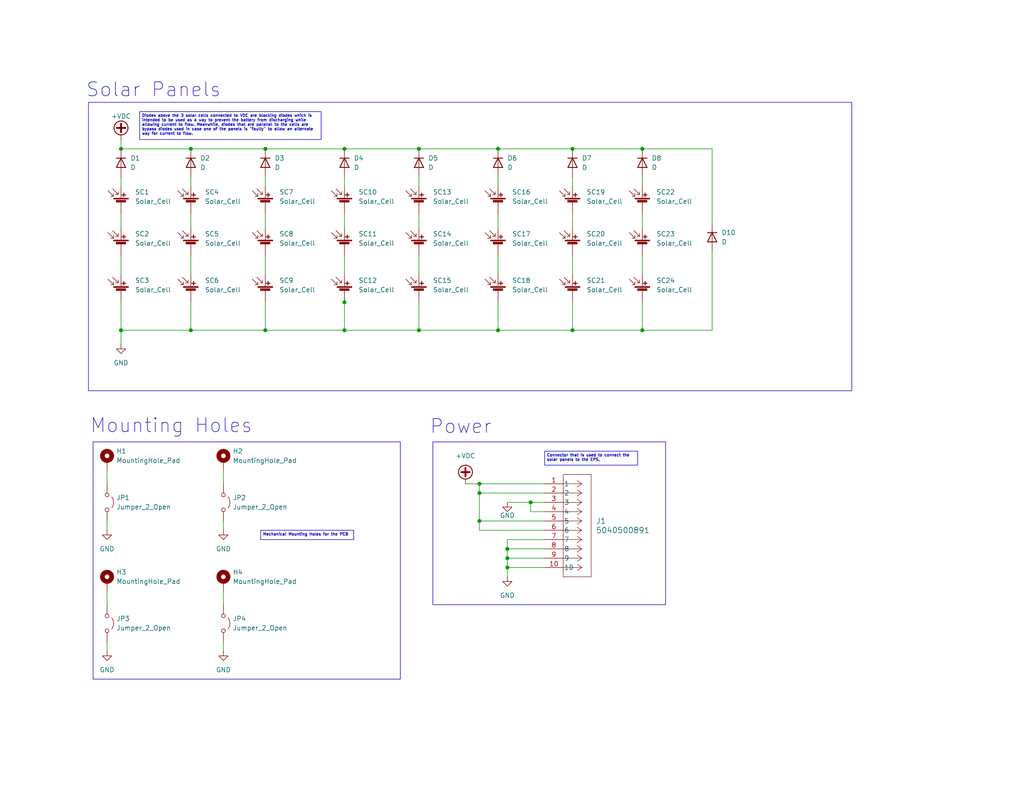
<source format=kicad_sch>
(kicad_sch (version 20250114) (generator "eeschema") (generator_version "9.0")
  (paper "USLetter")
  (title_block (title "1U Solar Panels") (date "2024-08-27") (rev "1") (company "CalgarytoSpace") (comment 1 "In its current Rev 1 state, this design is ordered as a mass model only."))
  (lib_symbols
    (symbol "Device:D" (pin_numbers (hide yes)) (pin_names (offset 1.016) (hide yes))
      (property "Reference" "D" (at 0 2.54 0))
      (property "Value" "D" (at 0 -2.54 0))
      (symbol "D_0_1"
        (polyline (pts (xy -1.27 1.27) (xy -1.27 -1.27)) (stroke (width 0.254)))
        (polyline (pts (xy 1.27 1.27) (xy 1.27 -1.27) (xy -1.27 0) (xy 1.27 1.27)) (stroke (width 0.254)))
        (polyline (pts (xy 1.27 0) (xy -1.27 0)))
      )
      (symbol "D_1_1"
        (pin passive line (at -3.81 0 0) (length 2.54) (name "K") (number "1"))
        (pin passive line (at 3.81 0 180) (length 2.54) (name "A") (number "2"))
      )
    )
    (symbol "Device:Solar_Cell" (pin_numbers (hide yes)) (pin_names (offset 0) (hide yes))
      (property "Reference" "SC" (at 2.54 2.54 0))
      (property "Value" "Solar_Cell" (at 2.54 0 0))
      (symbol "Solar_Cell_0_1"
        (polyline (pts (xy -2.032 3.048) (xy -2.032 2.286) (xy -2.794 2.286)))
        (polyline (pts (xy -2.032 2.286) (xy -3.556 3.81)))
        (rectangle (start -2.032 1.778) (end 2.032 1.524) (fill (type outline)))
        (rectangle (start -1.3208 1.1938) (end 1.27 0.6858) (fill (type outline)))
        (polyline (pts (xy -0.762 3.556) (xy -0.762 2.794) (xy -1.524 2.794)))
        (polyline (pts (xy -0.762 2.794) (xy -2.286 4.318)))
        (polyline (pts (xy 0 1.778) (xy 0 2.54)))
        (polyline (pts (xy 0 0.762) (xy 0 0)))
        (polyline (pts (xy 0.254 2.667) (xy 1.27 2.667)) (stroke (width 0.254)))
        (polyline (pts (xy 0.762 3.175) (xy 0.762 2.159)) (stroke (width 0.254)))
      )
      (symbol "Solar_Cell_1_1"
        (pin passive line (at 0 5.08 270) (length 2.54) (name "+") (number "1"))
        (pin passive line (at 0 -2.54 90) (length 2.54) (name "-") (number "2"))
      )
    )
    (symbol "Jumper:Jumper_2_Open" (pin_numbers (hide yes)) (pin_names (offset 0) (hide yes)) (exclude_from_sim yes)
      (property "Reference" "JP" (at 0 2.794 0))
      (property "Value" "Jumper_2_Open" (at 0 -2.286 0))
      (symbol "Jumper_2_Open_0_0"
        (circle (center -2.032 0) (radius 0.508))
        (circle (center 2.032 0) (radius 0.508))
      )
      (symbol "Jumper_2_Open_0_1"
        (arc (start -1.524 1.27) (mid 0 1.778) (end 1.524 1.27))
      )
      (symbol "Jumper_2_Open_1_1"
        (pin passive line (at -5.08 0 0) (length 2.54) (name "A") (number "1"))
        (pin passive line (at 5.08 0 180) (length 2.54) (name "B") (number "2"))
      )
    )
    (symbol "Mechanical:MountingHole_Pad" (pin_numbers (hide yes)) (pin_names (offset 1.016) (hide yes)) (exclude_from_sim yes) (in_bom no)
      (property "Reference" "H" (at 0 6.35 0))
      (property "Value" "MountingHole_Pad" (at 0 4.445 0))
      (symbol "MountingHole_Pad_0_1"
        (circle (center 0 1.27) (radius 1.27) (stroke (width 1.27)))
      )
      (symbol "MountingHole_Pad_1_1"
        (pin input line (at 0 -2.54 90) (length 2.54) (name "1") (number "1"))
      )
    )
    (symbol "Solar Panel:5040500891" (pin_names (offset 0.254))
      (property "Reference" "J" (at 8.89 6.35 0))
      (property "Value" "5040500891" (at 0 0 0))
      (symbol "5040500891_1_1"
        (polyline (pts (xy 5.08 2.54) (xy 5.08 -25.4)) (stroke (width 0.127)))
        (polyline (pts (xy 5.08 -25.4) (xy 12.7 -25.4)) (stroke (width 0.127)))
        (polyline (pts (xy 10.16 0) (xy 5.08 0)) (stroke (width 0.127)))
        (polyline (pts (xy 10.16 0) (xy 8.89 0.8467)) (stroke (width 0.127)))
        (polyline (pts (xy 10.16 0) (xy 8.89 -0.8467)) (stroke (width 0.127)))
        (polyline (pts (xy 10.16 -2.54) (xy 5.08 -2.54)) (stroke (width 0.127)))
        (polyline (pts (xy 10.16 -2.54) (xy 8.89 -1.6933)) (stroke (width 0.127)))
        (polyline (pts (xy 10.16 -2.54) (xy 8.89 -3.3867)) (stroke (width 0.127)))
        (polyline (pts (xy 10.16 -5.08) (xy 5.08 -5.08)) (stroke (width 0.127)))
        (polyline (pts (xy 10.16 -5.08) (xy 8.89 -4.2333)) (stroke (width 0.127)))
        (polyline (pts (xy 10.16 -5.08) (xy 8.89 -5.9267)) (stroke (width 0.127)))
        (polyline (pts (xy 10.16 -7.62) (xy 5.08 -7.62)) (stroke (width 0.127)))
        (polyline (pts (xy 10.16 -7.62) (xy 8.89 -6.7733)) (stroke (width 0.127)))
        (polyline (pts (xy 10.16 -7.62) (xy 8.89 -8.4667)) (stroke (width 0.127)))
        (polyline (pts (xy 10.16 -10.16) (xy 5.08 -10.16)) (stroke (width 0.127)))
        (polyline (pts (xy 10.16 -10.16) (xy 8.89 -9.3133)) (stroke (width 0.127)))
        (polyline (pts (xy 10.16 -10.16) (xy 8.89 -11.0067)) (stroke (width 0.127)))
        (polyline (pts (xy 10.16 -12.7) (xy 5.08 -12.7)) (stroke (width 0.127)))
        (polyline (pts (xy 10.16 -12.7) (xy 8.89 -11.8533)) (stroke (width 0.127)))
        (polyline (pts (xy 10.16 -12.7) (xy 8.89 -13.5467)) (stroke (width 0.127)))
        (polyline (pts (xy 10.16 -15.24) (xy 5.08 -15.24)) (stroke (width 0.127)))
        (polyline (pts (xy 10.16 -15.24) (xy 8.89 -14.3933)) (stroke (width 0.127)))
        (polyline (pts (xy 10.16 -15.24) (xy 8.89 -16.0867)) (stroke (width 0.127)))
        (polyline (pts (xy 10.16 -17.78) (xy 5.08 -17.78)) (stroke (width 0.127)))
        (polyline (pts (xy 10.16 -17.78) (xy 8.89 -16.9333)) (stroke (width 0.127)))
        (polyline (pts (xy 10.16 -17.78) (xy 8.89 -18.6267)) (stroke (width 0.127)))
        (polyline (pts (xy 10.16 -20.32) (xy 5.08 -20.32)) (stroke (width 0.127)))
        (polyline (pts (xy 10.16 -20.32) (xy 8.89 -19.4733)) (stroke (width 0.127)))
        (polyline (pts (xy 10.16 -20.32) (xy 8.89 -21.1667)) (stroke (width 0.127)))
        (polyline (pts (xy 10.16 -22.86) (xy 5.08 -22.86)) (stroke (width 0.127)))
        (polyline (pts (xy 10.16 -22.86) (xy 8.89 -22.0133)) (stroke (width 0.127)))
        (polyline (pts (xy 10.16 -22.86) (xy 8.89 -23.7067)) (stroke (width 0.127)))
        (polyline (pts (xy 12.7 2.54) (xy 5.08 2.54)) (stroke (width 0.127)))
        (polyline (pts (xy 12.7 -25.4) (xy 12.7 2.54)) (stroke (width 0.127)))
        (pin unspecified line (at 0 0 0) (length 5.08) (name "1") (number "1"))
        (pin unspecified line (at 0 -2.54 0) (length 5.08) (name "2") (number "2"))
        (pin unspecified line (at 0 -5.08 0) (length 5.08) (name "3") (number "3"))
        (pin unspecified line (at 0 -7.62 0) (length 5.08) (name "4") (number "4"))
        (pin unspecified line (at 0 -10.16 0) (length 5.08) (name "5") (number "5"))
        (pin unspecified line (at 0 -12.7 0) (length 5.08) (name "6") (number "6"))
        (pin unspecified line (at 0 -15.24 0) (length 5.08) (name "7") (number "7"))
        (pin unspecified line (at 0 -17.78 0) (length 5.08) (name "8") (number "8"))
        (pin unspecified line (at 0 -20.32 0) (length 5.08) (name "9") (number "9"))
        (pin unspecified line (at 0 -22.86 0) (length 5.08) (name "10") (number "10"))
      )
      (symbol "5040500891_1_2"
        (polyline (pts (xy 5.08 2.54) (xy 5.08 -25.4)) (stroke (width 0.127)))
        (polyline (pts (xy 5.08 -25.4) (xy 12.7 -25.4)) (stroke (width 0.127)))
        (polyline (pts (xy 7.62 0) (xy 5.08 0)) (stroke (width 0.127)))
        (polyline (pts (xy 7.62 0) (xy 8.89 0.8467)) (stroke (width 0.127)))
        (polyline (pts (xy 7.62 0) (xy 8.89 -0.8467)) (stroke (width 0.127)))
        (polyline (pts (xy 7.62 -2.54) (xy 5.08 -2.54)) (stroke (width 0.127)))
        (polyline (pts (xy 7.62 -2.54) (xy 8.89 -1.6933)) (stroke (width 0.127)))
        (polyline (pts (xy 7.62 -2.54) (xy 8.89 -3.3867)) (stroke (width 0.127)))
        (polyline (pts (xy 7.62 -5.08) (xy 5.08 -5.08)) (stroke (width 0.127)))
        (polyline (pts (xy 7.62 -5.08) (xy 8.89 -4.2333)) (stroke (width 0.127)))
        (polyline (pts (xy 7.62 -5.08) (xy 8.89 -5.9267)) (stroke (width 0.127)))
        (polyline (pts (xy 7.62 -7.62) (xy 5.08 -7.62)) (stroke (width 0.127)))
        (polyline (pts (xy 7.62 -7.62) (xy 8.89 -6.7733)) (stroke (width 0.127)))
        (polyline (pts (xy 7.62 -7.62) (xy 8.89 -8.4667)) (stroke (width 0.127)))
        (polyline (pts (xy 7.62 -10.16) (xy 5.08 -10.16)) (stroke (width 0.127)))
        (polyline (pts (xy 7.62 -10.16) (xy 8.89 -9.3133)) (stroke (width 0.127)))
        (polyline (pts (xy 7.62 -10.16) (xy 8.89 -11.0067)) (stroke (width 0.127)))
        (polyline (pts (xy 7.62 -12.7) (xy 5.08 -12.7)) (stroke (width 0.127)))
        (polyline (pts (xy 7.62 -12.7) (xy 8.89 -11.8533)) (stroke (width 0.127)))
        (polyline (pts (xy 7.62 -12.7) (xy 8.89 -13.5467)) (stroke (width 0.127)))
        (polyline (pts (xy 7.62 -15.24) (xy 5.08 -15.24)) (stroke (width 0.127)))
        (polyline (pts (xy 7.62 -15.24) (xy 8.89 -14.3933)) (stroke (width 0.127)))
        (polyline (pts (xy 7.62 -15.24) (xy 8.89 -16.0867)) (stroke (width 0.127)))
        (polyline (pts (xy 7.62 -17.78) (xy 5.08 -17.78)) (stroke (width 0.127)))
        (polyline (pts (xy 7.62 -17.78) (xy 8.89 -16.9333)) (stroke (width 0.127)))
        (polyline (pts (xy 7.62 -17.78) (xy 8.89 -18.6267)) (stroke (width 0.127)))
        (polyline (pts (xy 7.62 -20.32) (xy 5.08 -20.32)) (stroke (width 0.127)))
        (polyline (pts (xy 7.62 -20.32) (xy 8.89 -19.4733)) (stroke (width 0.127)))
        (polyline (pts (xy 7.62 -20.32) (xy 8.89 -21.1667)) (stroke (width 0.127)))
        (polyline (pts (xy 7.62 -22.86) (xy 5.08 -22.86)) (stroke (width 0.127)))
        (polyline (pts (xy 7.62 -22.86) (xy 8.89 -22.0133)) (stroke (width 0.127)))
        (polyline (pts (xy 7.62 -22.86) (xy 8.89 -23.7067)) (stroke (width 0.127)))
        (polyline (pts (xy 12.7 2.54) (xy 5.08 2.54)) (stroke (width 0.127)))
        (polyline (pts (xy 12.7 -25.4) (xy 12.7 2.54)) (stroke (width 0.127)))
        (pin unspecified line (at 0 0 0) (length 5.08) (name "1") (number "1"))
        (pin unspecified line (at 0 -2.54 0) (length 5.08) (name "2") (number "2"))
        (pin unspecified line (at 0 -5.08 0) (length 5.08) (name "3") (number "3"))
        (pin unspecified line (at 0 -7.62 0) (length 5.08) (name "4") (number "4"))
        (pin unspecified line (at 0 -10.16 0) (length 5.08) (name "5") (number "5"))
        (pin unspecified line (at 0 -12.7 0) (length 5.08) (name "6") (number "6"))
        (pin unspecified line (at 0 -15.24 0) (length 5.08) (name "7") (number "7"))
        (pin unspecified line (at 0 -17.78 0) (length 5.08) (name "8") (number "8"))
        (pin unspecified line (at 0 -20.32 0) (length 5.08) (name "9") (number "9"))
        (pin unspecified line (at 0 -22.86 0) (length 5.08) (name "10") (number "10"))
      )
    )
    (symbol "power:+VDC" (power) (pin_numbers (hide yes)) (pin_names (offset 0) (hide yes))
      (property "Value" "+VDC" (at 0 6.35 0))
      (symbol "+VDC_0_1"
        (polyline (pts (xy -1.143 3.175) (xy 1.143 3.175)) (stroke (width 0.508)))
        (circle (center 0 3.175) (radius 1.905) (stroke (width 0.254)))
        (polyline (pts (xy 0 2.032) (xy 0 4.318)) (stroke (width 0.508)))
        (polyline (pts (xy 0 0) (xy 0 1.27)))
      )
      (symbol "+VDC_1_1"
        (pin power_in line (at 0 0 90) (length 0) (name "~") (number "1"))
      )
    )
    (symbol "power:GND" (power) (pin_numbers (hide yes)) (pin_names (offset 0) (hide yes))
      (property "Value" "GND" (at 0 -3.81 0))
      (symbol "GND_0_1"
        (polyline (pts (xy 0 0) (xy 0 -1.27) (xy 1.27 -1.27) (xy 0 -2.54) (xy -1.27 -1.27) (xy 0 -1.27)))
      )
      (symbol "GND_1_1"
        (pin power_in line (at 0 0 270) (length 0) (name "~") (number "1"))
      )
    )
  )
  (rectangle (start 25.4 120.65) (end 109.22 185.42))
  (rectangle (start 24.13 27.94) (end 232.41 106.68))
  (rectangle (start 118.11 120.65) (end 181.61 165.1))
  (text "Power" (at 125.73 116.586 0) (effects (font (size 3.81 3.81))))
  (text "Solar Panels\n" (at 41.91 24.638 0) (effects (font (size 3.81 3.81))))
  (text "Mounting Holes" (at 46.736 116.332 0) (effects (font (size 3.81 3.81))))
  (text_box "Mechanical Mounting Holes for the PCB\n" (at 71.12 144.78 0) (size 25.4 2.54) (margins 0.5715 0.5715 0.5715 0.5715) (effects (font (size 0.762 0.762)) (justify left top)))
  (text_box "Diodes above the 3 solar cells connected to VDC are blocking diodes which is intended to be used as a way to prevent the battery from discharging while allowing current to flow. Meanwhile, diodes that are parallel to the cells are bypass diodes used in case one of the panels is \"faulty\" to allow an alternate way for current to flow." (at 38.1 30.48 0) (size 49.53 7.62) (margins 0.5715 0.5715 0.5715 0.5715) (effects (font (size 0.762 0.762)) (justify left top)))
  (text_box "Connector that is used to connect the solar panels to the EPS.\n" (at 148.59 123.19 0) (size 25.4 3.81) (margins 0.5715 0.5715 0.5715 0.5715) (effects (font (size 0.762 0.762)) (justify left top)))
  (junction (at 52.07 90.17))
  (junction (at 93.98 40.64))
  (junction (at 138.43 154.94))
  (junction (at 93.98 90.17))
  (junction (at 156.21 40.64))
  (junction (at 130.81 134.62))
  (junction (at 114.3 90.17))
  (junction (at 156.21 90.17))
  (junction (at 72.39 90.17))
  (junction (at 144.78 137.16))
  (junction (at 114.3 40.64))
  (junction (at 175.26 40.64))
  (junction (at 130.81 132.08))
  (junction (at 33.02 40.64))
  (junction (at 72.39 40.64))
  (junction (at 138.43 152.4))
  (junction (at 138.43 149.86))
  (junction (at 135.89 40.64))
  (junction (at 52.07 40.64))
  (junction (at 130.81 142.24))
  (junction (at 175.26 90.17))
  (junction (at 93.98 82.55))
  (junction (at 135.89 90.17))
  (junction (at 33.02 90.17))
  (wire (pts (xy 114.3 82.55) (xy 114.3 90.17)))
  (wire (pts (xy 130.81 132.08) (xy 148.59 132.08)))
  (wire (pts (xy 127 132.08) (xy 130.81 132.08)))
  (wire (pts (xy 135.89 69.85) (xy 135.89 74.93)))
  (wire (pts (xy 72.39 48.26) (xy 72.39 50.8)))
  (wire (pts (xy 138.43 137.16) (xy 144.78 137.16)))
  (wire (pts (xy 29.21 142.24) (xy 29.21 144.78)))
  (wire (pts (xy 156.21 40.64) (xy 175.26 40.64)))
  (wire (pts (xy 138.43 154.94) (xy 148.59 154.94)))
  (wire (pts (xy 114.3 40.64) (xy 135.89 40.64)))
  (wire (pts (xy 93.98 40.64) (xy 114.3 40.64)))
  (wire (pts (xy 148.59 144.78) (xy 130.81 144.78)))
  (wire (pts (xy 114.3 58.42) (xy 114.3 62.23)))
  (wire (pts (xy 130.81 142.24) (xy 130.81 144.78)))
  (wire (pts (xy 60.96 175.26) (xy 60.96 177.8)))
  (wire (pts (xy 72.39 82.55) (xy 72.39 90.17)))
  (wire (pts (xy 60.96 161.29) (xy 60.96 165.1)))
  (wire (pts (xy 29.21 128.27) (xy 29.21 132.08)))
  (wire (pts (xy 138.43 152.4) (xy 148.59 152.4)))
  (wire (pts (xy 114.3 90.17) (xy 135.89 90.17)))
  (wire (pts (xy 52.07 69.85) (xy 52.07 74.93)))
  (wire (pts (xy 33.02 38.1) (xy 33.02 40.64)))
  (wire (pts (xy 144.78 137.16) (xy 144.78 139.7)))
  (wire (pts (xy 175.26 40.64) (xy 194.31 40.64)))
  (wire (pts (xy 175.26 58.42) (xy 175.26 62.23)))
  (wire (pts (xy 175.26 82.55) (xy 175.26 90.17)))
  (wire (pts (xy 148.59 137.16) (xy 144.78 137.16)))
  (wire (pts (xy 93.98 81.28) (xy 93.98 82.55)))
  (wire (pts (xy 33.02 82.55) (xy 33.02 90.17)))
  (wire (pts (xy 194.31 68.58) (xy 194.31 90.17)))
  (wire (pts (xy 144.78 139.7) (xy 148.59 139.7)))
  (wire (pts (xy 52.07 90.17) (xy 72.39 90.17)))
  (wire (pts (xy 138.43 147.32) (xy 138.43 149.86)))
  (wire (pts (xy 93.98 69.85) (xy 93.98 74.93)))
  (wire (pts (xy 93.98 82.55) (xy 93.98 90.17)))
  (wire (pts (xy 93.98 48.26) (xy 93.98 50.8)))
  (wire (pts (xy 52.07 48.26) (xy 52.07 50.8)))
  (wire (pts (xy 72.39 69.85) (xy 72.39 74.93)))
  (wire (pts (xy 60.96 128.27) (xy 60.96 132.08)))
  (wire (pts (xy 93.98 58.42) (xy 93.98 62.23)))
  (wire (pts (xy 148.59 147.32) (xy 138.43 147.32)))
  (wire (pts (xy 52.07 40.64) (xy 72.39 40.64)))
  (wire (pts (xy 175.26 90.17) (xy 194.31 90.17)))
  (wire (pts (xy 130.81 142.24) (xy 148.59 142.24)))
  (wire (pts (xy 156.21 58.42) (xy 156.21 62.23)))
  (wire (pts (xy 138.43 149.86) (xy 138.43 152.4)))
  (wire (pts (xy 114.3 69.85) (xy 114.3 74.93)))
  (wire (pts (xy 194.31 40.64) (xy 194.31 60.96)))
  (wire (pts (xy 33.02 58.42) (xy 33.02 62.23)))
  (wire (pts (xy 130.81 132.08) (xy 130.81 134.62)))
  (wire (pts (xy 130.81 134.62) (xy 148.59 134.62)))
  (wire (pts (xy 135.89 58.42) (xy 135.89 62.23)))
  (wire (pts (xy 72.39 58.42) (xy 72.39 62.23)))
  (wire (pts (xy 135.89 82.55) (xy 135.89 90.17)))
  (wire (pts (xy 135.89 48.26) (xy 135.89 50.8)))
  (wire (pts (xy 156.21 82.55) (xy 156.21 90.17)))
  (wire (pts (xy 60.96 142.24) (xy 60.96 144.78)))
  (wire (pts (xy 156.21 69.85) (xy 156.21 74.93)))
  (wire (pts (xy 33.02 90.17) (xy 52.07 90.17)))
  (wire (pts (xy 33.02 90.17) (xy 33.02 93.98)))
  (wire (pts (xy 138.43 149.86) (xy 148.59 149.86)))
  (wire (pts (xy 93.98 90.17) (xy 114.3 90.17)))
  (wire (pts (xy 138.43 154.94) (xy 138.43 157.48)))
  (wire (pts (xy 114.3 48.26) (xy 114.3 50.8)))
  (wire (pts (xy 33.02 48.26) (xy 33.02 50.8)))
  (wire (pts (xy 175.26 48.26) (xy 175.26 50.8)))
  (wire (pts (xy 138.43 152.4) (xy 138.43 154.94)))
  (wire (pts (xy 33.02 69.85) (xy 33.02 74.93)))
  (wire (pts (xy 156.21 48.26) (xy 156.21 50.8)))
  (wire (pts (xy 72.39 40.64) (xy 93.98 40.64)))
  (wire (pts (xy 52.07 82.55) (xy 52.07 90.17)))
  (wire (pts (xy 33.02 40.64) (xy 52.07 40.64)))
  (wire (pts (xy 156.21 90.17) (xy 175.26 90.17)))
  (wire (pts (xy 72.39 90.17) (xy 93.98 90.17)))
  (wire (pts (xy 52.07 58.42) (xy 52.07 62.23)))
  (wire (pts (xy 130.81 134.62) (xy 130.81 142.24)))
  (wire (pts (xy 29.21 175.26) (xy 29.21 177.8)))
  (wire (pts (xy 29.21 161.29) (xy 29.21 165.1)))
  (wire (pts (xy 135.89 90.17) (xy 156.21 90.17)))
  (wire (pts (xy 175.26 69.85) (xy 175.26 74.93)))
  (wire (pts (xy 135.89 40.64) (xy 156.21 40.64)))
  (symbol (lib_id "Device:Solar_Cell") (at 175.26 67.31 0) (unit 1)
    (property "Reference" "SC23" (at 179.07 63.8809 0) (effects (justify left)))
    (property "Value" "Solar_Cell" (at 179.07 66.4209 0) (effects (justify left)))
    (property "Footprint" "Solar Panels Library:TrisolX Solar Wings" (effects (hide yes)))
    (property "Description" "Single solar cell" (effects (hide yes)))
  )
  (symbol (lib_id "Jumper:Jumper_2_Open") (at 60.96 137.16 270) (unit 1) (exclude_from_sim yes)
    (property "Reference" "JP2" (at 63.5 135.8899 90) (effects (justify left)))
    (property "Value" "Jumper_2_Open" (at 63.5 138.4299 90) (effects (justify left)))
    (property "Footprint" "Jumper:SolderJumper-2_P1.3mm_Open_Pad1.0x1.5mm" (effects (hide yes)))
    (property "Description" "Jumper, 2-pole, open" (effects (hide yes)))
  )
  (symbol (lib_id "power:+VDC") (at 127 132.08 0) (unit 1)
    (property "Reference" "#PWR01" (effects (hide yes)))
    (property "Value" "+VDC" (at 127 124.46 0))
    (property "Description" "Power symbol creates a global label with name \"+VDC\"" (effects (hide yes)))
  )
  (symbol (lib_id "Device:Solar_Cell") (at 93.98 67.31 0) (unit 1)
    (property "Reference" "SC11" (at 97.79 63.8809 0) (effects (justify left)))
    (property "Value" "Solar_Cell" (at 97.79 66.4209 0) (effects (justify left)))
    (property "Footprint" "Solar Panels Library:TrisolX Solar Wings" (effects (hide yes)))
    (property "Description" "Single solar cell" (effects (hide yes)))
  )
  (symbol (lib_id "power:GND") (at 60.96 144.78 0) (unit 1)
    (property "Reference" "#PWR07" (effects (hide yes)))
    (property "Value" "GND" (at 60.96 149.86 0))
    (property "Description" "Power symbol creates a global label with name \"GND\" , ground" (effects (hide yes)))
  )
  (symbol (lib_id "Device:D") (at 114.3 44.45 270) (unit 1)
    (property "Reference" "D5" (at 116.84 43.1799 90) (effects (justify left)))
    (property "Value" "D" (at 116.84 45.7199 90) (effects (justify left)))
    (property "Footprint" "Solar Panels Library:PMEG10020AELPX" (effects (hide yes)))
    (property "Description" "Diode" (effects (hide yes)))
    (property "Sim.Device" "D" (effects (hide yes)))
    (property "Sim.Pins" "1=K 2=A" (effects (hide yes)))
  )
  (symbol (lib_id "Device:Solar_Cell") (at 72.39 80.01 0) (unit 1)
    (property "Reference" "SC9" (at 76.2 76.5809 0) (effects (justify left)))
    (property "Value" "Solar_Cell" (at 76.2 79.1209 0) (effects (justify left)))
    (property "Footprint" "Solar Panels Library:TrisolX Solar Wings" (effects (hide yes)))
    (property "Description" "Single solar cell" (effects (hide yes)))
  )
  (symbol (lib_id "Device:Solar_Cell") (at 135.89 67.31 0) (unit 1)
    (property "Reference" "SC17" (at 139.7 63.8809 0) (effects (justify left)))
    (property "Value" "Solar_Cell" (at 139.7 66.4209 0) (effects (justify left)))
    (property "Footprint" "Solar Panels Library:TrisolX Solar Wings" (effects (hide yes)))
    (property "Description" "Single solar cell" (effects (hide yes)))
  )
  (symbol (lib_id "Device:Solar_Cell") (at 72.39 67.31 0) (unit 1)
    (property "Reference" "SC8" (at 76.2 63.8809 0) (effects (justify left)))
    (property "Value" "Solar_Cell" (at 76.2 66.4209 0) (effects (justify left)))
    (property "Footprint" "Solar Panels Library:TrisolX Solar Wings" (effects (hide yes)))
    (property "Description" "Single solar cell" (effects (hide yes)))
  )
  (symbol (lib_id "Mechanical:MountingHole_Pad") (at 29.21 158.75 0) (unit 1) (exclude_from_sim yes) (in_bom no)
    (property "Reference" "H3" (at 31.75 156.2099 0) (effects (justify left)))
    (property "Value" "MountingHole_Pad" (at 31.75 158.7499 0) (effects (justify left)))
    (property "Footprint" "MountingHole:MountingHole_3.2mm_M3_DIN965_Pad" (effects (hide yes)))
    (property "Description" "Mounting Hole with connection" (effects (hide yes)))
  )
  (symbol (lib_id "Jumper:Jumper_2_Open") (at 60.96 170.18 270) (unit 1) (exclude_from_sim yes)
    (property "Reference" "JP4" (at 63.5 168.9099 90) (effects (justify left)))
    (property "Value" "Jumper_2_Open" (at 63.5 171.4499 90) (effects (justify left)))
    (property "Footprint" "Jumper:SolderJumper-2_P1.3mm_Open_Pad1.0x1.5mm" (effects (hide yes)))
    (property "Description" "Jumper, 2-pole, open" (effects (hide yes)))
  )
  (symbol (lib_id "Device:Solar_Cell") (at 175.26 55.88 0) (unit 1)
    (property "Reference" "SC22" (at 179.07 52.4509 0) (effects (justify left)))
    (property "Value" "Solar_Cell" (at 179.07 54.9909 0) (effects (justify left)))
    (property "Footprint" "Solar Panels Library:TrisolX Solar Wings" (effects (hide yes)))
    (property "Description" "Single solar cell" (effects (hide yes)))
  )
  (symbol (lib_id "Device:Solar_Cell") (at 135.89 55.88 0) (unit 1)
    (property "Reference" "SC16" (at 139.7 52.4509 0) (effects (justify left)))
    (property "Value" "Solar_Cell" (at 139.7 54.9909 0) (effects (justify left)))
    (property "Footprint" "Solar Panels Library:TrisolX Solar Wings" (effects (hide yes)))
    (property "Description" "Single solar cell" (effects (hide yes)))
  )
  (symbol (lib_id "Device:Solar_Cell") (at 156.21 80.01 0) (unit 1)
    (property "Reference" "SC21" (at 160.02 76.5809 0) (effects (justify left)))
    (property "Value" "Solar_Cell" (at 160.02 79.1209 0) (effects (justify left)))
    (property "Footprint" "Solar Panels Library:TrisolX Solar Wings" (effects (hide yes)))
    (property "Description" "Single solar cell" (effects (hide yes)))
  )
  (symbol (lib_id "Jumper:Jumper_2_Open") (at 29.21 137.16 270) (unit 1) (exclude_from_sim yes)
    (property "Reference" "JP1" (at 31.75 135.8899 90) (effects (justify left)))
    (property "Value" "Jumper_2_Open" (at 31.75 138.4299 90) (effects (justify left)))
    (property "Footprint" "Jumper:SolderJumper-2_P1.3mm_Open_Pad1.0x1.5mm" (effects (hide yes)))
    (property "Description" "Jumper, 2-pole, open" (effects (hide yes)))
  )
  (symbol (lib_id "Device:Solar_Cell") (at 114.3 80.01 0) (unit 1)
    (property "Reference" "SC15" (at 118.11 76.5809 0) (effects (justify left)))
    (property "Value" "Solar_Cell" (at 118.11 79.1209 0) (effects (justify left)))
    (property "Footprint" "Solar Panels Library:TrisolX Solar Wings" (effects (hide yes)))
    (property "Description" "Single solar cell" (effects (hide yes)))
  )
  (symbol (lib_id "Device:Solar_Cell") (at 52.07 80.01 0) (unit 1)
    (property "Reference" "SC6" (at 55.88 76.5809 0) (effects (justify left)))
    (property "Value" "Solar_Cell" (at 55.88 79.1209 0) (effects (justify left)))
    (property "Footprint" "Solar Panels Library:TrisolX Solar Wings" (effects (hide yes)))
    (property "Description" "Single solar cell" (effects (hide yes)))
  )
  (symbol (lib_id "Device:Solar_Cell") (at 156.21 55.88 0) (unit 1)
    (property "Reference" "SC19" (at 160.02 52.4509 0) (effects (justify left)))
    (property "Value" "Solar_Cell" (at 160.02 54.9909 0) (effects (justify left)))
    (property "Footprint" "Solar Panels Library:TrisolX Solar Wings" (effects (hide yes)))
    (property "Description" "Single solar cell" (effects (hide yes)))
  )
  (symbol (lib_id "Device:D") (at 52.07 44.45 270) (unit 1)
    (property "Reference" "D2" (at 54.61 43.1799 90) (effects (justify left)))
    (property "Value" "D" (at 54.61 45.7199 90) (effects (justify left)))
    (property "Footprint" "Solar Panels Library:PMEG10020AELPX" (effects (hide yes)))
    (property "Description" "Diode" (effects (hide yes)))
    (property "Sim.Device" "D" (effects (hide yes)))
    (property "Sim.Pins" "1=K 2=A" (effects (hide yes)))
  )
  (symbol (lib_id "Device:D") (at 93.98 44.45 270) (unit 1)
    (property "Reference" "D4" (at 96.52 43.1799 90) (effects (justify left)))
    (property "Value" "D" (at 96.52 45.7199 90) (effects (justify left)))
    (property "Footprint" "Solar Panels Library:PMEG10020AELPX" (effects (hide yes)))
    (property "Description" "Diode" (effects (hide yes)))
    (property "Sim.Device" "D" (effects (hide yes)))
    (property "Sim.Pins" "1=K 2=A" (effects (hide yes)))
  )
  (symbol (lib_id "Device:Solar_Cell") (at 93.98 55.88 0) (unit 1)
    (property "Reference" "SC10" (at 97.79 52.4509 0) (effects (justify left)))
    (property "Value" "Solar_Cell" (at 97.79 54.9909 0) (effects (justify left)))
    (property "Footprint" "Solar Panels Library:TrisolX Solar Wings" (effects (hide yes)))
    (property "Description" "Single solar cell" (effects (hide yes)))
  )
  (symbol (lib_id "Device:D") (at 194.31 64.77 270) (unit 1)
    (property "Reference" "D10" (at 196.85 63.4999 90) (effects (justify left)))
    (property "Value" "D" (at 196.85 66.0399 90) (effects (justify left)))
    (property "Footprint" "Solar Panels Library:PMEG10020AELPX" (effects (hide yes)))
    (property "Description" "Diode" (effects (hide yes)))
    (property "Sim.Device" "D" (effects (hide yes)))
    (property "Sim.Pins" "1=K 2=A" (effects (hide yes)))
  )
  (symbol (lib_id "Device:Solar_Cell") (at 93.98 80.01 0) (unit 1)
    (property "Reference" "SC12" (at 97.79 76.5809 0) (effects (justify left)))
    (property "Value" "Solar_Cell" (at 97.79 79.1209 0) (effects (justify left)))
    (property "Footprint" "Solar Panels Library:TrisolX Solar Wings" (effects (hide yes)))
    (property "Description" "Single solar cell" (effects (hide yes)))
  )
  (symbol (lib_id "power:GND") (at 138.43 157.48 0) (unit 1)
    (property "Reference" "#PWR03" (effects (hide yes)))
    (property "Value" "GND" (at 138.43 162.56 0))
    (property "Description" "Power symbol creates a global label with name \"GND\" , ground" (effects (hide yes)))
  )
  (symbol (lib_id "Device:Solar_Cell") (at 52.07 67.31 0) (unit 1)
    (property "Reference" "SC5" (at 55.88 63.8809 0) (effects (justify left)))
    (property "Value" "Solar_Cell" (at 55.88 66.4209 0) (effects (justify left)))
    (property "Footprint" "Solar Panels Library:TrisolX Solar Wings" (effects (hide yes)))
    (property "Description" "Single solar cell" (effects (hide yes)))
  )
  (symbol (lib_id "Device:Solar_Cell") (at 114.3 55.88 0) (unit 1)
    (property "Reference" "SC13" (at 118.11 52.4509 0) (effects (justify left)))
    (property "Value" "Solar_Cell" (at 118.11 54.9909 0) (effects (justify left)))
    (property "Footprint" "Solar Panels Library:TrisolX Solar Wings" (effects (hide yes)))
    (property "Description" "Single solar cell" (effects (hide yes)))
  )
  (symbol (lib_id "Mechanical:MountingHole_Pad") (at 60.96 125.73 0) (unit 1) (exclude_from_sim yes) (in_bom no)
    (property "Reference" "H2" (at 63.5 123.1899 0) (effects (justify left)))
    (property "Value" "MountingHole_Pad" (at 63.5 125.7299 0) (effects (justify left)))
    (property "Footprint" "MountingHole:MountingHole_3.2mm_M3_DIN965_Pad" (effects (hide yes)))
    (property "Description" "Mounting Hole with connection" (effects (hide yes)))
  )
  (symbol (lib_id "power:GND") (at 60.96 177.8 0) (unit 1)
    (property "Reference" "#PWR09" (effects (hide yes)))
    (property "Value" "GND" (at 60.96 182.88 0))
    (property "Description" "Power symbol creates a global label with name \"GND\" , ground" (effects (hide yes)))
  )
  (symbol (lib_id "Device:D") (at 175.26 44.45 270) (unit 1)
    (property "Reference" "D8" (at 177.8 43.1799 90) (effects (justify left)))
    (property "Value" "D" (at 177.8 45.7199 90) (effects (justify left)))
    (property "Footprint" "Solar Panels Library:PMEG10020AELPX" (effects (hide yes)))
    (property "Description" "Diode" (effects (hide yes)))
    (property "Sim.Device" "D" (effects (hide yes)))
    (property "Sim.Pins" "1=K 2=A" (effects (hide yes)))
  )
  (symbol (lib_id "Solar Panel:5040500891") (at 148.59 132.08 0) (unit 1)
    (property "Reference" "J1" (at 162.56 142.2399 0) (effects (font (size 1.524 1.524)) (justify left)))
    (property "Value" "5040500891" (at 162.56 144.7799 0) (effects (font (size 1.524 1.524)) (justify left)))
    (property "Footprint" "Solar Panels Library:CON_5040500891" (effects (hide yes)))
    (property "Datasheet" "5040500891" (effects (hide yes)))
  )
  (symbol (lib_id "Device:D") (at 156.21 44.45 270) (unit 1)
    (property "Reference" "D7" (at 158.75 43.1799 90) (effects (justify left)))
    (property "Value" "D" (at 158.75 45.7199 90) (effects (justify left)))
    (property "Footprint" "Solar Panels Library:PMEG10020AELPX" (effects (hide yes)))
    (property "Description" "Diode" (effects (hide yes)))
    (property "Sim.Device" "D" (effects (hide yes)))
    (property "Sim.Pins" "1=K 2=A" (effects (hide yes)))
  )
  (symbol (lib_id "power:GND") (at 29.21 144.78 0) (unit 1)
    (property "Reference" "#PWR05" (effects (hide yes)))
    (property "Value" "GND" (at 29.21 149.86 0))
    (property "Description" "Power symbol creates a global label with name \"GND\" , ground" (effects (hide yes)))
  )
  (symbol (lib_id "power:GND") (at 138.43 137.16 0) (unit 1)
    (property "Reference" "#PWR02" (effects (hide yes)))
    (property "Value" "GND" (at 138.43 140.716 0))
    (property "Description" "Power symbol creates a global label with name \"GND\" , ground" (effects (hide yes)))
  )
  (symbol (lib_id "Device:Solar_Cell") (at 114.3 67.31 0) (unit 1)
    (property "Reference" "SC14" (at 118.11 63.8809 0) (effects (justify left)))
    (property "Value" "Solar_Cell" (at 118.11 66.4209 0) (effects (justify left)))
    (property "Footprint" "Solar Panels Library:TrisolX Solar Wings" (effects (hide yes)))
    (property "Description" "Single solar cell" (effects (hide yes)))
  )
  (symbol (lib_id "power:GND") (at 33.02 93.98 0) (unit 1)
    (property "Reference" "#PWR04" (effects (hide yes)))
    (property "Value" "GND" (at 33.02 99.06 0))
    (property "Description" "Power symbol creates a global label with name \"GND\" , ground" (effects (hide yes)))
  )
  (symbol (lib_id "power:GND") (at 29.21 177.8 0) (unit 1)
    (property "Reference" "#PWR08" (effects (hide yes)))
    (property "Value" "GND" (at 29.21 182.88 0))
    (property "Description" "Power symbol creates a global label with name \"GND\" , ground" (effects (hide yes)))
  )
  (symbol (lib_id "Device:D") (at 33.02 44.45 270) (unit 1)
    (property "Reference" "D1" (at 35.56 43.1799 90) (effects (justify left)))
    (property "Value" "D" (at 35.56 45.7199 90) (effects (justify left)))
    (property "Footprint" "Solar Panels Library:PMEG10020AELPX" (effects (hide yes)))
    (property "Description" "Diode" (effects (hide yes)))
    (property "Sim.Device" "D" (effects (hide yes)))
    (property "Sim.Pins" "1=K 2=A" (effects (hide yes)))
  )
  (symbol (lib_id "Device:Solar_Cell") (at 33.02 55.88 0) (unit 1)
    (property "Reference" "SC1" (at 36.83 52.4509 0) (effects (justify left)))
    (property "Value" "Solar_Cell" (at 36.83 54.9909 0) (effects (justify left)))
    (property "Footprint" "Solar Panels Library:TrisolX Solar Wings" (effects (hide yes)))
    (property "Description" "Single solar cell" (effects (hide yes)))
  )
  (symbol (lib_id "Device:D") (at 72.39 44.45 270) (unit 1)
    (property "Reference" "D3" (at 74.93 43.1799 90) (effects (justify left)))
    (property "Value" "D" (at 74.93 45.7199 90) (effects (justify left)))
    (property "Footprint" "Solar Panels Library:PMEG10020AELPX" (effects (hide yes)))
    (property "Description" "Diode" (effects (hide yes)))
    (property "Sim.Device" "D" (effects (hide yes)))
    (property "Sim.Pins" "1=K 2=A" (effects (hide yes)))
  )
  (symbol (lib_id "Mechanical:MountingHole_Pad") (at 60.96 158.75 0) (unit 1) (exclude_from_sim yes) (in_bom no)
    (property "Reference" "H4" (at 63.5 156.2099 0) (effects (justify left)))
    (property "Value" "MountingHole_Pad" (at 63.5 158.7499 0) (effects (justify left)))
    (property "Footprint" "MountingHole:MountingHole_3.2mm_M3_DIN965_Pad" (effects (hide yes)))
    (property "Description" "Mounting Hole with connection" (effects (hide yes)))
  )
  (symbol (lib_id "Device:Solar_Cell") (at 175.26 80.01 0) (unit 1)
    (property "Reference" "SC24" (at 179.07 76.5809 0) (effects (justify left)))
    (property "Value" "Solar_Cell" (at 179.07 79.1209 0) (effects (justify left)))
    (property "Footprint" "Solar Panels Library:TrisolX Solar Wings" (effects (hide yes)))
    (property "Description" "Single solar cell" (effects (hide yes)))
  )
  (symbol (lib_id "Device:Solar_Cell") (at 52.07 55.88 0) (unit 1)
    (property "Reference" "SC4" (at 55.88 52.4509 0) (effects (justify left)))
    (property "Value" "Solar_Cell" (at 55.88 54.9909 0) (effects (justify left)))
    (property "Footprint" "Solar Panels Library:TrisolX Solar Wings" (effects (hide yes)))
    (property "Description" "Single solar cell" (effects (hide yes)))
  )
  (symbol (lib_id "Device:Solar_Cell") (at 135.89 80.01 0) (unit 1)
    (property "Reference" "SC18" (at 139.7 76.5809 0) (effects (justify left)))
    (property "Value" "Solar_Cell" (at 139.7 79.1209 0) (effects (justify left)))
    (property "Footprint" "Solar Panels Library:TrisolX Solar Wings" (effects (hide yes)))
    (property "Description" "Single solar cell" (effects (hide yes)))
  )
  (symbol (lib_id "Device:Solar_Cell") (at 33.02 80.01 0) (unit 1)
    (property "Reference" "SC3" (at 36.83 76.5809 0) (effects (justify left)))
    (property "Value" "Solar_Cell" (at 36.83 79.1209 0) (effects (justify left)))
    (property "Footprint" "Solar Panels Library:TrisolX Solar Wings" (effects (hide yes)))
    (property "Description" "Single solar cell" (effects (hide yes)))
  )
  (symbol (lib_id "Jumper:Jumper_2_Open") (at 29.21 170.18 270) (unit 1) (exclude_from_sim yes)
    (property "Reference" "JP3" (at 31.75 168.9099 90) (effects (justify left)))
    (property "Value" "Jumper_2_Open" (at 31.75 171.4499 90) (effects (justify left)))
    (property "Footprint" "Jumper:SolderJumper-2_P1.3mm_Open_Pad1.0x1.5mm" (effects (hide yes)))
    (property "Description" "Jumper, 2-pole, open" (effects (hide yes)))
  )
  (symbol (lib_id "Device:Solar_Cell") (at 156.21 67.31 0) (unit 1)
    (property "Reference" "SC20" (at 160.02 63.8809 0) (effects (justify left)))
    (property "Value" "Solar_Cell" (at 160.02 66.4209 0) (effects (justify left)))
    (property "Footprint" "Solar Panels Library:TrisolX Solar Wings" (effects (hide yes)))
    (property "Description" "Single solar cell" (effects (hide yes)))
  )
  (symbol (lib_id "Device:Solar_Cell") (at 33.02 67.31 0) (unit 1)
    (property "Reference" "SC2" (at 36.83 63.8809 0) (effects (justify left)))
    (property "Value" "Solar_Cell" (at 36.83 66.4209 0) (effects (justify left)))
    (property "Footprint" "Solar Panels Library:TrisolX Solar Wings" (effects (hide yes)))
    (property "Description" "Single solar cell" (effects (hide yes)))
  )
  (symbol (lib_id "Device:D") (at 135.89 44.45 270) (unit 1)
    (property "Reference" "D6" (at 138.43 43.1799 90) (effects (justify left)))
    (property "Value" "D" (at 138.43 45.7199 90) (effects (justify left)))
    (property "Footprint" "Solar Panels Library:PMEG10020AELPX" (effects (hide yes)))
    (property "Description" "Diode" (effects (hide yes)))
    (property "Sim.Device" "D" (effects (hide yes)))
    (property "Sim.Pins" "1=K 2=A" (effects (hide yes)))
  )
  (symbol (lib_id "power:+VDC") (at 33.02 38.1 0) (unit 1)
    (property "Reference" "#PWR06" (effects (hide yes)))
    (property "Value" "+VDC" (at 33.02 31.75 0))
    (property "Description" "Power symbol creates a global label with name \"+VDC\"" (effects (hide yes)))
  )
  (symbol (lib_id "Mechanical:MountingHole_Pad") (at 29.21 125.73 0) (unit 1) (exclude_from_sim yes) (in_bom no)
    (property "Reference" "H1" (at 31.75 123.1899 0) (effects (justify left)))
    (property "Value" "MountingHole_Pad" (at 31.75 125.7299 0) (effects (justify left)))
    (property "Footprint" "MountingHole:MountingHole_3.2mm_M3_DIN965_Pad" (effects (hide yes)))
    (property "Description" "Mounting Hole with connection" (effects (hide yes)))
  )
  (symbol (lib_id "Device:Solar_Cell") (at 72.39 55.88 0) (unit 1)
    (property "Reference" "SC7" (at 76.2 52.4509 0) (effects (justify left)))
    (property "Value" "Solar_Cell" (at 76.2 54.9909 0) (effects (justify left)))
    (property "Footprint" "Solar Panels Library:TrisolX Solar Wings" (effects (hide yes)))
    (property "Description" "Single solar cell" (effects (hide yes)))
  )
)
</source>
